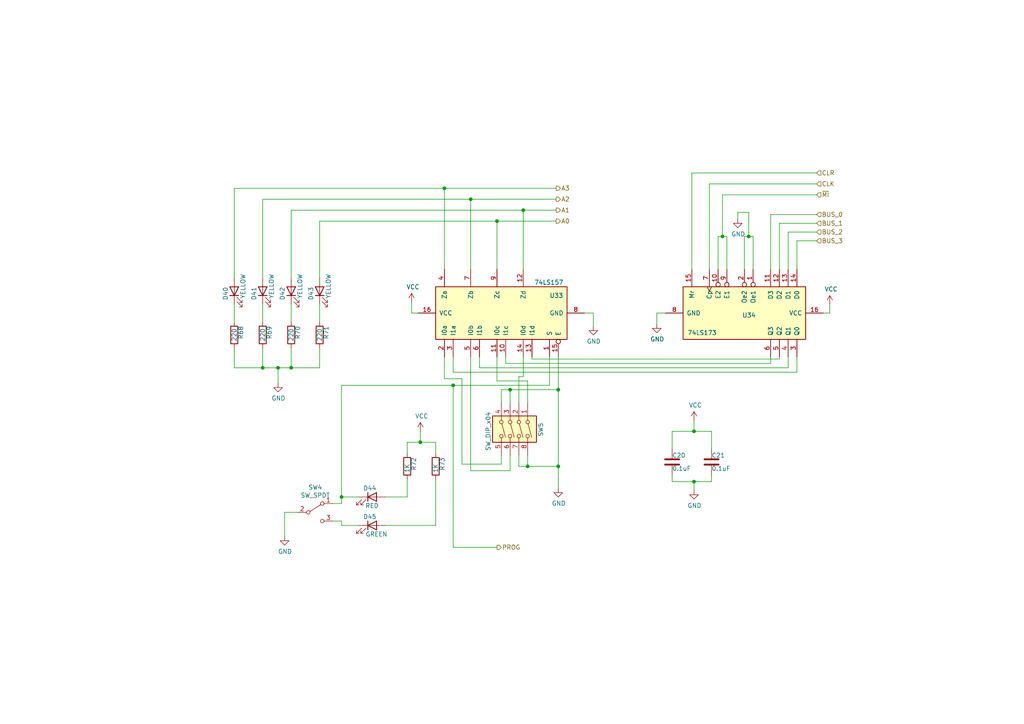
<source format=kicad_sch>
(kicad_sch (version 20230121) (generator eeschema)

  (uuid f5c7d6e2-b3b9-4fdb-8dea-308dc1d35bc1)

  (paper "A4")

  (lib_symbols
    (symbol "74xx:74LS157" (pin_names (offset 1.016)) (in_bom yes) (on_board yes)
      (property "Reference" "U" (at -7.62 19.05 0)
        (effects (font (size 1.27 1.27)))
      )
      (property "Value" "74LS157" (at -7.62 -21.59 0)
        (effects (font (size 1.27 1.27)))
      )
      (property "Footprint" "" (at 0 0 0)
        (effects (font (size 1.27 1.27)) hide)
      )
      (property "Datasheet" "http://www.ti.com/lit/gpn/sn74LS157" (at 0 0 0)
        (effects (font (size 1.27 1.27)) hide)
      )
      (property "ki_locked" "" (at 0 0 0)
        (effects (font (size 1.27 1.27)))
      )
      (property "ki_keywords" "TTL MUX MUX2" (at 0 0 0)
        (effects (font (size 1.27 1.27)) hide)
      )
      (property "ki_description" "Quad 2 to 1 line Multiplexer" (at 0 0 0)
        (effects (font (size 1.27 1.27)) hide)
      )
      (property "ki_fp_filters" "DIP?16*" (at 0 0 0)
        (effects (font (size 1.27 1.27)) hide)
      )
      (symbol "74LS157_1_0"
        (pin input line (at -12.7 -15.24 0) (length 5.08)
          (name "S" (effects (font (size 1.27 1.27))))
          (number "1" (effects (font (size 1.27 1.27))))
        )
        (pin input line (at -12.7 -2.54 0) (length 5.08)
          (name "I1c" (effects (font (size 1.27 1.27))))
          (number "10" (effects (font (size 1.27 1.27))))
        )
        (pin input line (at -12.7 0 0) (length 5.08)
          (name "I0c" (effects (font (size 1.27 1.27))))
          (number "11" (effects (font (size 1.27 1.27))))
        )
        (pin output line (at 12.7 -7.62 180) (length 5.08)
          (name "Zd" (effects (font (size 1.27 1.27))))
          (number "12" (effects (font (size 1.27 1.27))))
        )
        (pin input line (at -12.7 -10.16 0) (length 5.08)
          (name "I1d" (effects (font (size 1.27 1.27))))
          (number "13" (effects (font (size 1.27 1.27))))
        )
        (pin input line (at -12.7 -7.62 0) (length 5.08)
          (name "I0d" (effects (font (size 1.27 1.27))))
          (number "14" (effects (font (size 1.27 1.27))))
        )
        (pin input inverted (at -12.7 -17.78 0) (length 5.08)
          (name "E" (effects (font (size 1.27 1.27))))
          (number "15" (effects (font (size 1.27 1.27))))
        )
        (pin power_in line (at 0 22.86 270) (length 5.08)
          (name "VCC" (effects (font (size 1.27 1.27))))
          (number "16" (effects (font (size 1.27 1.27))))
        )
        (pin input line (at -12.7 15.24 0) (length 5.08)
          (name "I0a" (effects (font (size 1.27 1.27))))
          (number "2" (effects (font (size 1.27 1.27))))
        )
        (pin input line (at -12.7 12.7 0) (length 5.08)
          (name "I1a" (effects (font (size 1.27 1.27))))
          (number "3" (effects (font (size 1.27 1.27))))
        )
        (pin output line (at 12.7 15.24 180) (length 5.08)
          (name "Za" (effects (font (size 1.27 1.27))))
          (number "4" (effects (font (size 1.27 1.27))))
        )
        (pin input line (at -12.7 7.62 0) (length 5.08)
          (name "I0b" (effects (font (size 1.27 1.27))))
          (number "5" (effects (font (size 1.27 1.27))))
        )
        (pin input line (at -12.7 5.08 0) (length 5.08)
          (name "I1b" (effects (font (size 1.27 1.27))))
          (number "6" (effects (font (size 1.27 1.27))))
        )
        (pin output line (at 12.7 7.62 180) (length 5.08)
          (name "Zb" (effects (font (size 1.27 1.27))))
          (number "7" (effects (font (size 1.27 1.27))))
        )
        (pin power_in line (at 0 -25.4 90) (length 5.08)
          (name "GND" (effects (font (size 1.27 1.27))))
          (number "8" (effects (font (size 1.27 1.27))))
        )
        (pin output line (at 12.7 0 180) (length 5.08)
          (name "Zc" (effects (font (size 1.27 1.27))))
          (number "9" (effects (font (size 1.27 1.27))))
        )
      )
      (symbol "74LS157_1_1"
        (rectangle (start -7.62 17.78) (end 7.62 -20.32)
          (stroke (width 0.254) (type default))
          (fill (type background))
        )
      )
    )
    (symbol "74xx:74LS173" (pin_names (offset 1.016)) (in_bom yes) (on_board yes)
      (property "Reference" "U" (at -7.62 19.05 0)
        (effects (font (size 1.27 1.27)))
      )
      (property "Value" "74LS173" (at -7.62 -19.05 0)
        (effects (font (size 1.27 1.27)))
      )
      (property "Footprint" "" (at 0 0 0)
        (effects (font (size 1.27 1.27)) hide)
      )
      (property "Datasheet" "http://www.ti.com/lit/gpn/sn74LS173" (at 0 0 0)
        (effects (font (size 1.27 1.27)) hide)
      )
      (property "ki_locked" "" (at 0 0 0)
        (effects (font (size 1.27 1.27)))
      )
      (property "ki_keywords" "TTL REG REG4 3State DFF" (at 0 0 0)
        (effects (font (size 1.27 1.27)) hide)
      )
      (property "ki_description" "4-bit D-type Register, 3 state out" (at 0 0 0)
        (effects (font (size 1.27 1.27)) hide)
      )
      (property "ki_fp_filters" "DIP?16*" (at 0 0 0)
        (effects (font (size 1.27 1.27)) hide)
      )
      (symbol "74LS173_1_0"
        (pin input inverted (at -12.7 2.54 0) (length 5.08)
          (name "Oe1" (effects (font (size 1.27 1.27))))
          (number "1" (effects (font (size 1.27 1.27))))
        )
        (pin input inverted (at -12.7 -7.62 0) (length 5.08)
          (name "E2" (effects (font (size 1.27 1.27))))
          (number "10" (effects (font (size 1.27 1.27))))
        )
        (pin input line (at -12.7 7.62 0) (length 5.08)
          (name "D3" (effects (font (size 1.27 1.27))))
          (number "11" (effects (font (size 1.27 1.27))))
        )
        (pin input line (at -12.7 10.16 0) (length 5.08)
          (name "D2" (effects (font (size 1.27 1.27))))
          (number "12" (effects (font (size 1.27 1.27))))
        )
        (pin input line (at -12.7 12.7 0) (length 5.08)
          (name "D1" (effects (font (size 1.27 1.27))))
          (number "13" (effects (font (size 1.27 1.27))))
        )
        (pin input line (at -12.7 15.24 0) (length 5.08)
          (name "D0" (effects (font (size 1.27 1.27))))
          (number "14" (effects (font (size 1.27 1.27))))
        )
        (pin input line (at -12.7 -15.24 0) (length 5.08)
          (name "Mr" (effects (font (size 1.27 1.27))))
          (number "15" (effects (font (size 1.27 1.27))))
        )
        (pin power_in line (at 0 22.86 270) (length 5.08)
          (name "VCC" (effects (font (size 1.27 1.27))))
          (number "16" (effects (font (size 1.27 1.27))))
        )
        (pin input inverted (at -12.7 0 0) (length 5.08)
          (name "Oe2" (effects (font (size 1.27 1.27))))
          (number "2" (effects (font (size 1.27 1.27))))
        )
        (pin tri_state line (at 12.7 15.24 180) (length 5.08)
          (name "Q0" (effects (font (size 1.27 1.27))))
          (number "3" (effects (font (size 1.27 1.27))))
        )
        (pin tri_state line (at 12.7 12.7 180) (length 5.08)
          (name "Q1" (effects (font (size 1.27 1.27))))
          (number "4" (effects (font (size 1.27 1.27))))
        )
        (pin tri_state line (at 12.7 10.16 180) (length 5.08)
          (name "Q2" (effects (font (size 1.27 1.27))))
          (number "5" (effects (font (size 1.27 1.27))))
        )
        (pin tri_state line (at 12.7 7.62 180) (length 5.08)
          (name "Q3" (effects (font (size 1.27 1.27))))
          (number "6" (effects (font (size 1.27 1.27))))
        )
        (pin input clock (at -12.7 -10.16 0) (length 5.08)
          (name "Cp" (effects (font (size 1.27 1.27))))
          (number "7" (effects (font (size 1.27 1.27))))
        )
        (pin power_in line (at 0 -22.86 90) (length 5.08)
          (name "GND" (effects (font (size 1.27 1.27))))
          (number "8" (effects (font (size 1.27 1.27))))
        )
        (pin input inverted (at -12.7 -5.08 0) (length 5.08)
          (name "E1" (effects (font (size 1.27 1.27))))
          (number "9" (effects (font (size 1.27 1.27))))
        )
      )
      (symbol "74LS173_1_1"
        (rectangle (start -7.62 17.78) (end 7.62 -17.78)
          (stroke (width 0.254) (type default))
          (fill (type background))
        )
      )
    )
    (symbol "Device:C" (pin_numbers hide) (pin_names (offset 0.254)) (in_bom yes) (on_board yes)
      (property "Reference" "C" (at 0.635 2.54 0)
        (effects (font (size 1.27 1.27)) (justify left))
      )
      (property "Value" "C" (at 0.635 -2.54 0)
        (effects (font (size 1.27 1.27)) (justify left))
      )
      (property "Footprint" "" (at 0.9652 -3.81 0)
        (effects (font (size 1.27 1.27)) hide)
      )
      (property "Datasheet" "~" (at 0 0 0)
        (effects (font (size 1.27 1.27)) hide)
      )
      (property "ki_keywords" "cap capacitor" (at 0 0 0)
        (effects (font (size 1.27 1.27)) hide)
      )
      (property "ki_description" "Unpolarized capacitor" (at 0 0 0)
        (effects (font (size 1.27 1.27)) hide)
      )
      (property "ki_fp_filters" "C_*" (at 0 0 0)
        (effects (font (size 1.27 1.27)) hide)
      )
      (symbol "C_0_1"
        (polyline
          (pts
            (xy -2.032 -0.762)
            (xy 2.032 -0.762)
          )
          (stroke (width 0.508) (type default))
          (fill (type none))
        )
        (polyline
          (pts
            (xy -2.032 0.762)
            (xy 2.032 0.762)
          )
          (stroke (width 0.508) (type default))
          (fill (type none))
        )
      )
      (symbol "C_1_1"
        (pin passive line (at 0 3.81 270) (length 2.794)
          (name "~" (effects (font (size 1.27 1.27))))
          (number "1" (effects (font (size 1.27 1.27))))
        )
        (pin passive line (at 0 -3.81 90) (length 2.794)
          (name "~" (effects (font (size 1.27 1.27))))
          (number "2" (effects (font (size 1.27 1.27))))
        )
      )
    )
    (symbol "Device:LED" (pin_numbers hide) (pin_names (offset 1.016) hide) (in_bom yes) (on_board yes)
      (property "Reference" "D" (at 0 2.54 0)
        (effects (font (size 1.27 1.27)))
      )
      (property "Value" "LED" (at 0 -2.54 0)
        (effects (font (size 1.27 1.27)))
      )
      (property "Footprint" "" (at 0 0 0)
        (effects (font (size 1.27 1.27)) hide)
      )
      (property "Datasheet" "~" (at 0 0 0)
        (effects (font (size 1.27 1.27)) hide)
      )
      (property "ki_keywords" "LED diode" (at 0 0 0)
        (effects (font (size 1.27 1.27)) hide)
      )
      (property "ki_description" "Light emitting diode" (at 0 0 0)
        (effects (font (size 1.27 1.27)) hide)
      )
      (property "ki_fp_filters" "LED* LED_SMD:* LED_THT:*" (at 0 0 0)
        (effects (font (size 1.27 1.27)) hide)
      )
      (symbol "LED_0_1"
        (polyline
          (pts
            (xy -1.27 -1.27)
            (xy -1.27 1.27)
          )
          (stroke (width 0.254) (type default))
          (fill (type none))
        )
        (polyline
          (pts
            (xy -1.27 0)
            (xy 1.27 0)
          )
          (stroke (width 0) (type default))
          (fill (type none))
        )
        (polyline
          (pts
            (xy 1.27 -1.27)
            (xy 1.27 1.27)
            (xy -1.27 0)
            (xy 1.27 -1.27)
          )
          (stroke (width 0.254) (type default))
          (fill (type none))
        )
        (polyline
          (pts
            (xy -3.048 -0.762)
            (xy -4.572 -2.286)
            (xy -3.81 -2.286)
            (xy -4.572 -2.286)
            (xy -4.572 -1.524)
          )
          (stroke (width 0) (type default))
          (fill (type none))
        )
        (polyline
          (pts
            (xy -1.778 -0.762)
            (xy -3.302 -2.286)
            (xy -2.54 -2.286)
            (xy -3.302 -2.286)
            (xy -3.302 -1.524)
          )
          (stroke (width 0) (type default))
          (fill (type none))
        )
      )
      (symbol "LED_1_1"
        (pin passive line (at -3.81 0 0) (length 2.54)
          (name "K" (effects (font (size 1.27 1.27))))
          (number "1" (effects (font (size 1.27 1.27))))
        )
        (pin passive line (at 3.81 0 180) (length 2.54)
          (name "A" (effects (font (size 1.27 1.27))))
          (number "2" (effects (font (size 1.27 1.27))))
        )
      )
    )
    (symbol "Device:R" (pin_numbers hide) (pin_names (offset 0)) (in_bom yes) (on_board yes)
      (property "Reference" "R" (at 2.032 0 90)
        (effects (font (size 1.27 1.27)))
      )
      (property "Value" "R" (at 0 0 90)
        (effects (font (size 1.27 1.27)))
      )
      (property "Footprint" "" (at -1.778 0 90)
        (effects (font (size 1.27 1.27)) hide)
      )
      (property "Datasheet" "~" (at 0 0 0)
        (effects (font (size 1.27 1.27)) hide)
      )
      (property "ki_keywords" "R res resistor" (at 0 0 0)
        (effects (font (size 1.27 1.27)) hide)
      )
      (property "ki_description" "Resistor" (at 0 0 0)
        (effects (font (size 1.27 1.27)) hide)
      )
      (property "ki_fp_filters" "R_*" (at 0 0 0)
        (effects (font (size 1.27 1.27)) hide)
      )
      (symbol "R_0_1"
        (rectangle (start -1.016 -2.54) (end 1.016 2.54)
          (stroke (width 0.254) (type default))
          (fill (type none))
        )
      )
      (symbol "R_1_1"
        (pin passive line (at 0 3.81 270) (length 1.27)
          (name "~" (effects (font (size 1.27 1.27))))
          (number "1" (effects (font (size 1.27 1.27))))
        )
        (pin passive line (at 0 -3.81 90) (length 1.27)
          (name "~" (effects (font (size 1.27 1.27))))
          (number "2" (effects (font (size 1.27 1.27))))
        )
      )
    )
    (symbol "Switch:SW_DIP_x04" (pin_names (offset 0) hide) (in_bom yes) (on_board yes)
      (property "Reference" "SW" (at 0 8.89 0)
        (effects (font (size 1.27 1.27)))
      )
      (property "Value" "SW_DIP_x04" (at 0 -6.35 0)
        (effects (font (size 1.27 1.27)))
      )
      (property "Footprint" "" (at 0 0 0)
        (effects (font (size 1.27 1.27)) hide)
      )
      (property "Datasheet" "~" (at 0 0 0)
        (effects (font (size 1.27 1.27)) hide)
      )
      (property "ki_keywords" "dip switch" (at 0 0 0)
        (effects (font (size 1.27 1.27)) hide)
      )
      (property "ki_description" "4x DIP Switch, Single Pole Single Throw (SPST) switch, small symbol" (at 0 0 0)
        (effects (font (size 1.27 1.27)) hide)
      )
      (property "ki_fp_filters" "SW?DIP?x4*" (at 0 0 0)
        (effects (font (size 1.27 1.27)) hide)
      )
      (symbol "SW_DIP_x04_0_0"
        (circle (center -2.032 -2.54) (radius 0.508)
          (stroke (width 0) (type default))
          (fill (type none))
        )
        (circle (center -2.032 0) (radius 0.508)
          (stroke (width 0) (type default))
          (fill (type none))
        )
        (circle (center -2.032 2.54) (radius 0.508)
          (stroke (width 0) (type default))
          (fill (type none))
        )
        (circle (center -2.032 5.08) (radius 0.508)
          (stroke (width 0) (type default))
          (fill (type none))
        )
        (polyline
          (pts
            (xy -1.524 -2.3876)
            (xy 2.3622 -1.3462)
          )
          (stroke (width 0) (type default))
          (fill (type none))
        )
        (polyline
          (pts
            (xy -1.524 0.127)
            (xy 2.3622 1.1684)
          )
          (stroke (width 0) (type default))
          (fill (type none))
        )
        (polyline
          (pts
            (xy -1.524 2.667)
            (xy 2.3622 3.7084)
          )
          (stroke (width 0) (type default))
          (fill (type none))
        )
        (polyline
          (pts
            (xy -1.524 5.207)
            (xy 2.3622 6.2484)
          )
          (stroke (width 0) (type default))
          (fill (type none))
        )
        (circle (center 2.032 -2.54) (radius 0.508)
          (stroke (width 0) (type default))
          (fill (type none))
        )
        (circle (center 2.032 0) (radius 0.508)
          (stroke (width 0) (type default))
          (fill (type none))
        )
        (circle (center 2.032 2.54) (radius 0.508)
          (stroke (width 0) (type default))
          (fill (type none))
        )
        (circle (center 2.032 5.08) (radius 0.508)
          (stroke (width 0) (type default))
          (fill (type none))
        )
      )
      (symbol "SW_DIP_x04_0_1"
        (rectangle (start -3.81 7.62) (end 3.81 -5.08)
          (stroke (width 0.254) (type default))
          (fill (type background))
        )
      )
      (symbol "SW_DIP_x04_1_1"
        (pin passive line (at -7.62 5.08 0) (length 5.08)
          (name "~" (effects (font (size 1.27 1.27))))
          (number "1" (effects (font (size 1.27 1.27))))
        )
        (pin passive line (at -7.62 2.54 0) (length 5.08)
          (name "~" (effects (font (size 1.27 1.27))))
          (number "2" (effects (font (size 1.27 1.27))))
        )
        (pin passive line (at -7.62 0 0) (length 5.08)
          (name "~" (effects (font (size 1.27 1.27))))
          (number "3" (effects (font (size 1.27 1.27))))
        )
        (pin passive line (at -7.62 -2.54 0) (length 5.08)
          (name "~" (effects (font (size 1.27 1.27))))
          (number "4" (effects (font (size 1.27 1.27))))
        )
        (pin passive line (at 7.62 -2.54 180) (length 5.08)
          (name "~" (effects (font (size 1.27 1.27))))
          (number "5" (effects (font (size 1.27 1.27))))
        )
        (pin passive line (at 7.62 0 180) (length 5.08)
          (name "~" (effects (font (size 1.27 1.27))))
          (number "6" (effects (font (size 1.27 1.27))))
        )
        (pin passive line (at 7.62 2.54 180) (length 5.08)
          (name "~" (effects (font (size 1.27 1.27))))
          (number "7" (effects (font (size 1.27 1.27))))
        )
        (pin passive line (at 7.62 5.08 180) (length 5.08)
          (name "~" (effects (font (size 1.27 1.27))))
          (number "8" (effects (font (size 1.27 1.27))))
        )
      )
    )
    (symbol "Switch:SW_SPDT" (pin_names (offset 0) hide) (in_bom yes) (on_board yes)
      (property "Reference" "SW" (at 0 4.318 0)
        (effects (font (size 1.27 1.27)))
      )
      (property "Value" "SW_SPDT" (at 0 -5.08 0)
        (effects (font (size 1.27 1.27)))
      )
      (property "Footprint" "" (at 0 0 0)
        (effects (font (size 1.27 1.27)) hide)
      )
      (property "Datasheet" "~" (at 0 0 0)
        (effects (font (size 1.27 1.27)) hide)
      )
      (property "ki_keywords" "switch single-pole double-throw spdt ON-ON" (at 0 0 0)
        (effects (font (size 1.27 1.27)) hide)
      )
      (property "ki_description" "Switch, single pole double throw" (at 0 0 0)
        (effects (font (size 1.27 1.27)) hide)
      )
      (symbol "SW_SPDT_0_0"
        (circle (center -2.032 0) (radius 0.508)
          (stroke (width 0) (type default))
          (fill (type none))
        )
        (circle (center 2.032 -2.54) (radius 0.508)
          (stroke (width 0) (type default))
          (fill (type none))
        )
      )
      (symbol "SW_SPDT_0_1"
        (polyline
          (pts
            (xy -1.524 0.254)
            (xy 1.651 2.286)
          )
          (stroke (width 0) (type default))
          (fill (type none))
        )
        (circle (center 2.032 2.54) (radius 0.508)
          (stroke (width 0) (type default))
          (fill (type none))
        )
      )
      (symbol "SW_SPDT_1_1"
        (pin passive line (at 5.08 2.54 180) (length 2.54)
          (name "A" (effects (font (size 1.27 1.27))))
          (number "1" (effects (font (size 1.27 1.27))))
        )
        (pin passive line (at -5.08 0 0) (length 2.54)
          (name "B" (effects (font (size 1.27 1.27))))
          (number "2" (effects (font (size 1.27 1.27))))
        )
        (pin passive line (at 5.08 -2.54 180) (length 2.54)
          (name "C" (effects (font (size 1.27 1.27))))
          (number "3" (effects (font (size 1.27 1.27))))
        )
      )
    )
    (symbol "power:GND" (power) (pin_names (offset 0)) (in_bom yes) (on_board yes)
      (property "Reference" "#PWR" (at 0 -6.35 0)
        (effects (font (size 1.27 1.27)) hide)
      )
      (property "Value" "GND" (at 0 -3.81 0)
        (effects (font (size 1.27 1.27)))
      )
      (property "Footprint" "" (at 0 0 0)
        (effects (font (size 1.27 1.27)) hide)
      )
      (property "Datasheet" "" (at 0 0 0)
        (effects (font (size 1.27 1.27)) hide)
      )
      (property "ki_keywords" "global power" (at 0 0 0)
        (effects (font (size 1.27 1.27)) hide)
      )
      (property "ki_description" "Power symbol creates a global label with name \"GND\" , ground" (at 0 0 0)
        (effects (font (size 1.27 1.27)) hide)
      )
      (symbol "GND_0_1"
        (polyline
          (pts
            (xy 0 0)
            (xy 0 -1.27)
            (xy 1.27 -1.27)
            (xy 0 -2.54)
            (xy -1.27 -1.27)
            (xy 0 -1.27)
          )
          (stroke (width 0) (type default))
          (fill (type none))
        )
      )
      (symbol "GND_1_1"
        (pin power_in line (at 0 0 270) (length 0) hide
          (name "GND" (effects (font (size 1.27 1.27))))
          (number "1" (effects (font (size 1.27 1.27))))
        )
      )
    )
    (symbol "power:VCC" (power) (pin_names (offset 0)) (in_bom yes) (on_board yes)
      (property "Reference" "#PWR" (at 0 -3.81 0)
        (effects (font (size 1.27 1.27)) hide)
      )
      (property "Value" "VCC" (at 0 3.81 0)
        (effects (font (size 1.27 1.27)))
      )
      (property "Footprint" "" (at 0 0 0)
        (effects (font (size 1.27 1.27)) hide)
      )
      (property "Datasheet" "" (at 0 0 0)
        (effects (font (size 1.27 1.27)) hide)
      )
      (property "ki_keywords" "global power" (at 0 0 0)
        (effects (font (size 1.27 1.27)) hide)
      )
      (property "ki_description" "Power symbol creates a global label with name \"VCC\"" (at 0 0 0)
        (effects (font (size 1.27 1.27)) hide)
      )
      (symbol "VCC_0_1"
        (polyline
          (pts
            (xy -0.762 1.27)
            (xy 0 2.54)
          )
          (stroke (width 0) (type default))
          (fill (type none))
        )
        (polyline
          (pts
            (xy 0 0)
            (xy 0 2.54)
          )
          (stroke (width 0) (type default))
          (fill (type none))
        )
        (polyline
          (pts
            (xy 0 2.54)
            (xy 0.762 1.27)
          )
          (stroke (width 0) (type default))
          (fill (type none))
        )
      )
      (symbol "VCC_1_1"
        (pin power_in line (at 0 0 90) (length 0) hide
          (name "VCC" (effects (font (size 1.27 1.27))))
          (number "1" (effects (font (size 1.27 1.27))))
        )
      )
    )
  )

  (junction (at 209.55 68.58) (diameter 0) (color 0 0 0 0)
    (uuid 00fbdaab-63fb-4cf4-a9cf-c2d71575c693)
  )
  (junction (at 144.145 64.135) (diameter 0) (color 0 0 0 0)
    (uuid 059f0622-95f7-4eb1-9cc1-f043c4f8c43e)
  )
  (junction (at 161.925 113.03) (diameter 0) (color 0 0 0 0)
    (uuid 0a0b6bf1-be93-4765-8fdb-186cc65f693d)
  )
  (junction (at 153.035 135.255) (diameter 0) (color 0 0 0 0)
    (uuid 0c09891a-53f7-4a55-b4dd-043fb43bf03b)
  )
  (junction (at 147.955 113.03) (diameter 0) (color 0 0 0 0)
    (uuid 0eec3bd0-6afe-4cd2-8e8b-54b74de23fe2)
  )
  (junction (at 99.06 144.145) (diameter 0) (color 0 0 0 0)
    (uuid 1b6d5c90-cb01-4b8a-b268-cf399b4e9c8a)
  )
  (junction (at 128.905 54.61) (diameter 0) (color 0 0 0 0)
    (uuid 342e73d9-efcb-48bb-8bf3-4bd236219f9f)
  )
  (junction (at 201.295 139.7) (diameter 0) (color 0 0 0 0)
    (uuid 3d0c446e-dca4-4ee5-b9b8-582eabcca504)
  )
  (junction (at 131.445 111.76) (diameter 0) (color 0 0 0 0)
    (uuid 471eefe4-7454-4408-bf3d-a0a97fee90a6)
  )
  (junction (at 161.925 135.255) (diameter 0) (color 0 0 0 0)
    (uuid 65d82a2e-85b2-4d8d-b700-872e5c015a97)
  )
  (junction (at 121.92 128.27) (diameter 0) (color 0 0 0 0)
    (uuid 66e32d44-2315-4e94-9091-4258650c3dee)
  )
  (junction (at 136.525 57.785) (diameter 0) (color 0 0 0 0)
    (uuid 7bc195fb-0a60-46c0-8cea-1049330d01f2)
  )
  (junction (at 76.2 106.68) (diameter 0) (color 0 0 0 0)
    (uuid 8c6b2492-986e-47ac-9a05-524097661d2a)
  )
  (junction (at 201.295 125.095) (diameter 0) (color 0 0 0 0)
    (uuid b1209ec8-8e18-42d8-b666-31041848b416)
  )
  (junction (at 151.765 60.96) (diameter 0) (color 0 0 0 0)
    (uuid e7bb5ffe-0ed5-4f60-938c-18be1eb74781)
  )
  (junction (at 80.645 106.68) (diameter 0) (color 0 0 0 0)
    (uuid ea4dca5e-0fda-45e2-95b4-f96594acfff7)
  )
  (junction (at 217.17 68.58) (diameter 0) (color 0 0 0 0)
    (uuid ed1db7a8-3096-4cfb-81a2-a5a7d000bed5)
  )
  (junction (at 84.455 106.68) (diameter 0) (color 0 0 0 0)
    (uuid f47f507e-ba76-49fc-a466-49f47bedcd4c)
  )

  (wire (pts (xy 119.38 90.805) (xy 119.38 87.63))
    (stroke (width 0) (type default))
    (uuid 025187f3-dab1-4072-b878-b9db9eaa0d7d)
  )
  (wire (pts (xy 161.925 135.255) (xy 161.925 141.605))
    (stroke (width 0) (type default))
    (uuid 062b6274-4b96-4d95-8081-601732d20b51)
  )
  (wire (pts (xy 67.945 100.965) (xy 67.945 106.68))
    (stroke (width 0) (type default))
    (uuid 064908a0-8d9f-4aef-b4fa-e3f39ba832de)
  )
  (wire (pts (xy 131.445 111.76) (xy 131.445 158.75))
    (stroke (width 0) (type default))
    (uuid 06884f83-01c5-4a0d-8823-ee85c754b391)
  )
  (wire (pts (xy 217.17 61.595) (xy 217.17 68.58))
    (stroke (width 0) (type default))
    (uuid 09cc3afc-60ea-439d-9cc8-fad8e1f0faa8)
  )
  (wire (pts (xy 218.44 68.58) (xy 218.44 78.105))
    (stroke (width 0) (type default))
    (uuid 0ba2a44a-ab0e-4900-8da6-c21a9ff12745)
  )
  (wire (pts (xy 92.71 80.645) (xy 92.71 64.135))
    (stroke (width 0) (type default))
    (uuid 0e7a5a09-4055-467d-86f3-8b6147f65104)
  )
  (wire (pts (xy 228.6 78.105) (xy 228.6 67.31))
    (stroke (width 0) (type default))
    (uuid 104f2786-516c-4bf1-a276-0b2a729894bb)
  )
  (wire (pts (xy 194.945 130.175) (xy 194.945 125.095))
    (stroke (width 0) (type default))
    (uuid 1084854d-3d74-4a90-a024-bbbab62f13f8)
  )
  (wire (pts (xy 136.525 136.525) (xy 136.525 103.505))
    (stroke (width 0) (type default))
    (uuid 172af0ff-cf0a-4023-90c2-afb99f49bceb)
  )
  (wire (pts (xy 147.955 113.03) (xy 147.955 116.84))
    (stroke (width 0) (type default))
    (uuid 1cff8467-8aa7-4ae5-9b25-3e27a89300ab)
  )
  (wire (pts (xy 161.925 103.505) (xy 161.925 113.03))
    (stroke (width 0) (type default))
    (uuid 1e390691-2b6e-4b6d-ab92-573c289a1bd2)
  )
  (wire (pts (xy 84.455 60.96) (xy 151.765 60.96))
    (stroke (width 0) (type default))
    (uuid 1f6f0cee-81ae-4a9b-a522-b3c23cfcf296)
  )
  (wire (pts (xy 111.76 152.4) (xy 126.365 152.4))
    (stroke (width 0) (type default))
    (uuid 2053e876-1ddd-42d0-b4f7-6720a7848bd9)
  )
  (wire (pts (xy 131.445 103.505) (xy 131.445 107.95))
    (stroke (width 0) (type default))
    (uuid 235df5e6-7fd0-4183-80e6-1d44cb8007b8)
  )
  (wire (pts (xy 213.995 61.595) (xy 217.17 61.595))
    (stroke (width 0) (type default))
    (uuid 23a90aa0-ddd5-4573-a115-bb58c9ccd235)
  )
  (wire (pts (xy 151.765 78.105) (xy 151.765 60.96))
    (stroke (width 0) (type default))
    (uuid 23ee270e-ae03-49cf-b991-62be221dfda6)
  )
  (wire (pts (xy 194.945 139.7) (xy 201.295 139.7))
    (stroke (width 0) (type default))
    (uuid 247f3c1d-4d8f-4aa3-a243-079f62364463)
  )
  (wire (pts (xy 99.06 144.145) (xy 104.14 144.145))
    (stroke (width 0) (type default))
    (uuid 25656b47-74de-4bba-9377-43676aee284f)
  )
  (wire (pts (xy 147.955 136.525) (xy 136.525 136.525))
    (stroke (width 0) (type default))
    (uuid 2ae9ce90-d977-4309-a53c-b421a5777cf8)
  )
  (wire (pts (xy 80.645 106.68) (xy 84.455 106.68))
    (stroke (width 0) (type default))
    (uuid 2c1aa74f-74be-4858-b55b-59a1d4abc3e4)
  )
  (wire (pts (xy 201.295 142.24) (xy 201.295 139.7))
    (stroke (width 0) (type default))
    (uuid 2eb2f901-2a27-48e5-9431-ccb800315fb1)
  )
  (wire (pts (xy 131.445 111.76) (xy 159.385 111.76))
    (stroke (width 0) (type default))
    (uuid 2efa8191-4251-41fb-a4a1-063e2d565b3f)
  )
  (wire (pts (xy 150.495 135.255) (xy 153.035 135.255))
    (stroke (width 0) (type default))
    (uuid 3010b4d8-e4ad-4a43-a817-a2894f792d95)
  )
  (wire (pts (xy 215.9 78.105) (xy 215.9 68.58))
    (stroke (width 0) (type default))
    (uuid 31bf9f2a-e1fc-4091-a1b2-a93805aa85ac)
  )
  (wire (pts (xy 131.445 111.76) (xy 99.06 111.76))
    (stroke (width 0) (type default))
    (uuid 324e9170-4abc-439a-93e6-121cce8e50cc)
  )
  (wire (pts (xy 153.035 135.255) (xy 161.925 135.255))
    (stroke (width 0) (type default))
    (uuid 32707a49-1aff-459b-b65d-96223cfd049a)
  )
  (wire (pts (xy 92.71 88.265) (xy 92.71 93.345))
    (stroke (width 0) (type default))
    (uuid 339336d2-8b96-4b71-8aa1-c4da1a852ac0)
  )
  (wire (pts (xy 76.2 80.645) (xy 76.2 57.785))
    (stroke (width 0) (type default))
    (uuid 37ade343-ec37-4247-8065-a8c568d8d306)
  )
  (wire (pts (xy 131.445 158.75) (xy 144.145 158.75))
    (stroke (width 0) (type default))
    (uuid 3a42f6e6-fc17-4584-b3e2-13f4b976c7c1)
  )
  (wire (pts (xy 201.295 139.7) (xy 206.375 139.7))
    (stroke (width 0) (type default))
    (uuid 3f772626-c529-4563-87ed-371fd9506633)
  )
  (wire (pts (xy 118.11 131.445) (xy 118.11 128.27))
    (stroke (width 0) (type default))
    (uuid 4172f4b2-d7fc-4d7c-9c7a-69bf5be5c9f1)
  )
  (wire (pts (xy 144.145 64.135) (xy 161.29 64.135))
    (stroke (width 0) (type default))
    (uuid 41c3c947-9417-4752-b57e-3e8b6bef1629)
  )
  (wire (pts (xy 161.29 54.61) (xy 128.905 54.61))
    (stroke (width 0) (type default))
    (uuid 43160775-9028-49be-8ece-02beae9835f7)
  )
  (wire (pts (xy 84.455 100.965) (xy 84.455 106.68))
    (stroke (width 0) (type default))
    (uuid 445b4f20-2aab-40c6-9a6c-6b51ec1fbfbc)
  )
  (wire (pts (xy 161.925 113.03) (xy 161.925 135.255))
    (stroke (width 0) (type default))
    (uuid 46be0d2c-3197-4248-889a-8275701bb888)
  )
  (wire (pts (xy 67.945 88.265) (xy 67.945 93.345))
    (stroke (width 0) (type default))
    (uuid 47c87c95-0af6-4efc-ae8e-3f151c27f7e2)
  )
  (wire (pts (xy 121.92 128.27) (xy 126.365 128.27))
    (stroke (width 0) (type default))
    (uuid 4c421f81-350b-4985-a838-83e1f2cd6039)
  )
  (wire (pts (xy 67.945 54.61) (xy 67.945 80.645))
    (stroke (width 0) (type default))
    (uuid 505dcc0b-4e5e-45fe-ae3b-3d2301e759e4)
  )
  (wire (pts (xy 121.92 125.095) (xy 121.92 128.27))
    (stroke (width 0) (type default))
    (uuid 5509a538-11fa-4e9f-b842-0a803d39102b)
  )
  (wire (pts (xy 228.6 67.31) (xy 236.855 67.31))
    (stroke (width 0) (type default))
    (uuid 580e7091-4f7b-4b1f-a882-ec83207904bb)
  )
  (wire (pts (xy 126.365 128.27) (xy 126.365 131.445))
    (stroke (width 0) (type default))
    (uuid 581a9116-08fe-4dbb-bccc-f9505416cd89)
  )
  (wire (pts (xy 201.295 121.92) (xy 201.295 125.095))
    (stroke (width 0) (type default))
    (uuid 58b3b30f-eec7-430a-ae60-f42d9be12beb)
  )
  (wire (pts (xy 190.5 90.805) (xy 193.04 90.805))
    (stroke (width 0) (type default))
    (uuid 5bb036ad-e422-4adb-8816-994b435e8edb)
  )
  (wire (pts (xy 76.2 57.785) (xy 136.525 57.785))
    (stroke (width 0) (type default))
    (uuid 5cc543c3-537c-42e5-94f9-6e3c060bc6b7)
  )
  (wire (pts (xy 144.145 78.105) (xy 144.145 64.135))
    (stroke (width 0) (type default))
    (uuid 5d85bd50-546c-47b9-b712-437dd574af2f)
  )
  (wire (pts (xy 151.765 109.22) (xy 150.495 109.22))
    (stroke (width 0) (type default))
    (uuid 5e559c5b-3b5d-4c22-a3dc-4926546d0af2)
  )
  (wire (pts (xy 99.06 146.05) (xy 99.06 144.145))
    (stroke (width 0) (type default))
    (uuid 5f07cf73-b0a3-4d1d-aac0-1f1b9893f963)
  )
  (wire (pts (xy 223.52 62.23) (xy 236.855 62.23))
    (stroke (width 0) (type default))
    (uuid 5f55eb57-7573-4964-84cd-b9e5137184aa)
  )
  (wire (pts (xy 151.765 103.505) (xy 151.765 109.22))
    (stroke (width 0) (type default))
    (uuid 60fabd67-b1a1-4fc3-8862-4f8df6550410)
  )
  (wire (pts (xy 139.065 103.505) (xy 139.065 106.68))
    (stroke (width 0) (type default))
    (uuid 6468388c-aea1-44e0-9250-86590ccc7fc3)
  )
  (wire (pts (xy 223.52 78.105) (xy 223.52 62.23))
    (stroke (width 0) (type default))
    (uuid 652ea71f-b12e-4c97-b512-1324275d758c)
  )
  (wire (pts (xy 136.525 57.785) (xy 136.525 78.105))
    (stroke (width 0) (type default))
    (uuid 6556c183-fd7d-4125-9ddc-2a716d64b4fd)
  )
  (wire (pts (xy 84.455 88.265) (xy 84.455 93.345))
    (stroke (width 0) (type default))
    (uuid 66c53daa-67b1-4afb-a0ad-7f62518990b5)
  )
  (wire (pts (xy 136.525 57.785) (xy 161.29 57.785))
    (stroke (width 0) (type default))
    (uuid 687f29a7-63f9-469e-aee3-9ec8e283067f)
  )
  (wire (pts (xy 194.945 137.795) (xy 194.945 139.7))
    (stroke (width 0) (type default))
    (uuid 68827e15-1756-4efd-aab6-012670c84f2e)
  )
  (wire (pts (xy 145.415 134.62) (xy 133.985 134.62))
    (stroke (width 0) (type default))
    (uuid 6fd0f3bd-9b4b-46ff-8fd2-3c5e4b1e0e78)
  )
  (wire (pts (xy 213.995 63.5) (xy 213.995 61.595))
    (stroke (width 0) (type default))
    (uuid 7153cee7-76c6-4b49-a72e-2ac71aaac1da)
  )
  (wire (pts (xy 128.905 54.61) (xy 128.905 78.105))
    (stroke (width 0) (type default))
    (uuid 72d47f0e-0597-47aa-b510-67ca574384bd)
  )
  (wire (pts (xy 128.905 54.61) (xy 67.945 54.61))
    (stroke (width 0) (type default))
    (uuid 72d84807-0f60-4d09-af6f-c047c73efe26)
  )
  (wire (pts (xy 194.945 125.095) (xy 201.295 125.095))
    (stroke (width 0) (type default))
    (uuid 73302c23-f6a0-480b-ab85-c0a6ae7ac082)
  )
  (wire (pts (xy 208.28 68.58) (xy 209.55 68.58))
    (stroke (width 0) (type default))
    (uuid 7343abd3-5d4a-4e18-b30f-fa570c318476)
  )
  (wire (pts (xy 153.035 110.49) (xy 153.035 116.84))
    (stroke (width 0) (type default))
    (uuid 7598c4c6-a162-45a0-b07a-3c5810997fbf)
  )
  (wire (pts (xy 208.28 68.58) (xy 208.28 78.105))
    (stroke (width 0) (type default))
    (uuid 772b0f2f-bb96-48fb-aa92-752d137fbbc3)
  )
  (wire (pts (xy 133.985 134.62) (xy 133.985 109.855))
    (stroke (width 0) (type default))
    (uuid 7c2a0bf9-e1fd-4ec8-ba28-54314032c5b5)
  )
  (wire (pts (xy 172.085 90.805) (xy 169.545 90.805))
    (stroke (width 0) (type default))
    (uuid 7c968a4f-e11b-471f-9a27-0d729b43d05c)
  )
  (wire (pts (xy 118.11 139.065) (xy 118.11 144.145))
    (stroke (width 0) (type default))
    (uuid 7e5e82d2-4ea5-4f50-99ae-9ea2ecae486f)
  )
  (wire (pts (xy 67.945 106.68) (xy 76.2 106.68))
    (stroke (width 0) (type default))
    (uuid 803643ee-515a-4771-98a5-c0811ea29607)
  )
  (wire (pts (xy 153.035 135.255) (xy 153.035 132.08))
    (stroke (width 0) (type default))
    (uuid 82296161-8a6f-46f8-a16f-6891c57de6e6)
  )
  (wire (pts (xy 151.765 60.96) (xy 161.29 60.96))
    (stroke (width 0) (type default))
    (uuid 85c0e11d-ef3f-4d9b-b2bf-ad18ff7e6e0e)
  )
  (wire (pts (xy 144.145 110.49) (xy 153.035 110.49))
    (stroke (width 0) (type default))
    (uuid 899d95a5-a4a9-47c3-a988-2f775eeab697)
  )
  (wire (pts (xy 92.71 106.68) (xy 92.71 100.965))
    (stroke (width 0) (type default))
    (uuid 8a3c7201-5e25-412f-b5d9-59067a6689e5)
  )
  (wire (pts (xy 209.55 68.58) (xy 209.55 56.515))
    (stroke (width 0) (type default))
    (uuid 8b8c1362-a4b7-4380-a24a-ebda6529e514)
  )
  (wire (pts (xy 240.665 88.265) (xy 240.665 90.805))
    (stroke (width 0) (type default))
    (uuid 8de89a95-69da-4c7e-915a-fbcd6a0881f4)
  )
  (wire (pts (xy 146.685 105.41) (xy 146.685 103.505))
    (stroke (width 0) (type default))
    (uuid 910ef41e-7532-4352-a7b6-dc330b7d99ff)
  )
  (wire (pts (xy 200.66 78.105) (xy 200.66 50.165))
    (stroke (width 0) (type default))
    (uuid 97065487-cb9a-42f2-804b-480cba3883f6)
  )
  (wire (pts (xy 76.2 88.265) (xy 76.2 93.345))
    (stroke (width 0) (type default))
    (uuid 9831687c-7f4c-4cd7-84de-28c8999ab683)
  )
  (wire (pts (xy 84.455 80.645) (xy 84.455 60.96))
    (stroke (width 0) (type default))
    (uuid 9bb4d333-2e31-4bf6-bb9b-c0e745aa4476)
  )
  (wire (pts (xy 133.985 109.855) (xy 128.905 109.855))
    (stroke (width 0) (type default))
    (uuid 9ce10649-8aa2-4b9f-bdf9-6bdaebf526be)
  )
  (wire (pts (xy 236.855 64.77) (xy 226.06 64.77))
    (stroke (width 0) (type default))
    (uuid 9e6a8382-701d-4f06-8009-4999acaa6ce6)
  )
  (wire (pts (xy 82.55 148.59) (xy 82.55 155.575))
    (stroke (width 0) (type default))
    (uuid 9ec339e4-8e74-4593-ba7f-b5306b7f27c6)
  )
  (wire (pts (xy 205.74 53.34) (xy 205.74 78.105))
    (stroke (width 0) (type default))
    (uuid a3d3c301-ff09-4d66-9e90-5d90b5caca93)
  )
  (wire (pts (xy 210.82 68.58) (xy 210.82 78.105))
    (stroke (width 0) (type default))
    (uuid a5635a86-229b-4716-b977-a093aaaf4e8b)
  )
  (wire (pts (xy 215.9 68.58) (xy 217.17 68.58))
    (stroke (width 0) (type default))
    (uuid a824fb73-1b99-4f97-b37a-9c058aaf2dff)
  )
  (wire (pts (xy 231.14 107.95) (xy 231.14 103.505))
    (stroke (width 0) (type default))
    (uuid abdfbfdf-a184-47b5-b5bd-c6c8a8e69f3d)
  )
  (wire (pts (xy 86.36 148.59) (xy 82.55 148.59))
    (stroke (width 0) (type default))
    (uuid ac3aad3a-caee-42e0-91bf-2a552d4fd642)
  )
  (wire (pts (xy 154.305 103.505) (xy 154.305 104.14))
    (stroke (width 0) (type default))
    (uuid acce0a94-2195-41fa-9161-d689493e58d6)
  )
  (wire (pts (xy 126.365 152.4) (xy 126.365 139.065))
    (stroke (width 0) (type default))
    (uuid ad6dd2b2-344b-46fa-80f9-122d95513c07)
  )
  (wire (pts (xy 147.955 132.08) (xy 147.955 136.525))
    (stroke (width 0) (type default))
    (uuid b118557e-df92-4ff6-89e7-f3e90f513142)
  )
  (wire (pts (xy 145.415 113.03) (xy 147.955 113.03))
    (stroke (width 0) (type default))
    (uuid b15f8342-5ed6-447e-85a2-465aba28e77e)
  )
  (wire (pts (xy 144.145 103.505) (xy 144.145 110.49))
    (stroke (width 0) (type default))
    (uuid b26f7336-e382-43b2-8eb9-e155a2344965)
  )
  (wire (pts (xy 145.415 132.08) (xy 145.415 134.62))
    (stroke (width 0) (type default))
    (uuid b2ec9d86-8b79-491a-bc70-1986c7769163)
  )
  (wire (pts (xy 99.06 152.4) (xy 104.14 152.4))
    (stroke (width 0) (type default))
    (uuid b7acd9cb-51ea-48e7-b4ed-2f88273b5981)
  )
  (wire (pts (xy 223.52 103.505) (xy 223.52 105.41))
    (stroke (width 0) (type default))
    (uuid b95e6234-3bc6-46ed-8b48-7b1a7c92ed66)
  )
  (wire (pts (xy 240.665 90.805) (xy 238.76 90.805))
    (stroke (width 0) (type default))
    (uuid b9d75b30-d1da-490b-911e-7c829e760280)
  )
  (wire (pts (xy 209.55 56.515) (xy 236.855 56.515))
    (stroke (width 0) (type default))
    (uuid ba0711a1-90b0-4a09-acff-57d9cd81d907)
  )
  (wire (pts (xy 206.375 139.7) (xy 206.375 137.795))
    (stroke (width 0) (type default))
    (uuid be127fe1-6e4b-4aa1-8b5c-768192c8516c)
  )
  (wire (pts (xy 206.375 130.175) (xy 206.375 125.095))
    (stroke (width 0) (type default))
    (uuid be2dd33d-8c88-4e25-8e7a-a7b0379dab33)
  )
  (wire (pts (xy 118.11 128.27) (xy 121.92 128.27))
    (stroke (width 0) (type default))
    (uuid bf0a9b62-0927-4891-b37b-31d4bf875d41)
  )
  (wire (pts (xy 154.305 104.14) (xy 226.06 104.14))
    (stroke (width 0) (type default))
    (uuid c1894768-d8e1-458b-8053-506274bd43c9)
  )
  (wire (pts (xy 147.955 113.03) (xy 161.925 113.03))
    (stroke (width 0) (type default))
    (uuid c35be590-9f03-434a-993b-50a567328e19)
  )
  (wire (pts (xy 190.5 93.98) (xy 190.5 90.805))
    (stroke (width 0) (type default))
    (uuid c3a088ab-8ded-430b-89e4-7d98d7f5512b)
  )
  (wire (pts (xy 76.2 106.68) (xy 80.645 106.68))
    (stroke (width 0) (type default))
    (uuid c95aabb9-a1df-4bd7-a8f6-67eeda86f504)
  )
  (wire (pts (xy 226.06 64.77) (xy 226.06 78.105))
    (stroke (width 0) (type default))
    (uuid cabd8e78-bef2-4ef6-9c5c-1d89ec06e628)
  )
  (wire (pts (xy 99.06 151.13) (xy 99.06 152.4))
    (stroke (width 0) (type default))
    (uuid cbbd2c6a-ccd0-40d6-bd6f-631848510837)
  )
  (wire (pts (xy 96.52 151.13) (xy 99.06 151.13))
    (stroke (width 0) (type default))
    (uuid cc8421e7-977e-4463-bc93-a2f66a107995)
  )
  (wire (pts (xy 200.66 50.165) (xy 236.855 50.165))
    (stroke (width 0) (type default))
    (uuid cefcbade-75d0-4547-85e0-b4f2c7e5c1bc)
  )
  (wire (pts (xy 236.855 69.85) (xy 231.14 69.85))
    (stroke (width 0) (type default))
    (uuid d3ea9d97-8c0e-4c87-a0f8-0672da05c4cf)
  )
  (wire (pts (xy 121.285 90.805) (xy 119.38 90.805))
    (stroke (width 0) (type default))
    (uuid d4b781e3-c48c-4dd6-a5e2-88a71b53b381)
  )
  (wire (pts (xy 99.06 144.145) (xy 99.06 111.76))
    (stroke (width 0) (type default))
    (uuid d4f2dece-4096-434a-9605-4acab6b6474d)
  )
  (wire (pts (xy 96.52 146.05) (xy 99.06 146.05))
    (stroke (width 0) (type default))
    (uuid d698d35b-3c9d-4672-8086-e21575e79fc6)
  )
  (wire (pts (xy 128.905 109.855) (xy 128.905 103.505))
    (stroke (width 0) (type default))
    (uuid d8f4a0c6-f399-4d07-92f1-b83cb6aadfdc)
  )
  (wire (pts (xy 118.11 144.145) (xy 111.76 144.145))
    (stroke (width 0) (type default))
    (uuid da6a9875-6aae-4abc-8528-848e87090252)
  )
  (wire (pts (xy 76.2 100.965) (xy 76.2 106.68))
    (stroke (width 0) (type default))
    (uuid da955d63-0daf-45bd-8d50-0efcc11718de)
  )
  (wire (pts (xy 150.495 109.22) (xy 150.495 116.84))
    (stroke (width 0) (type default))
    (uuid dad5d5b9-63d9-4022-9501-ad1f1b3f7f0a)
  )
  (wire (pts (xy 92.71 64.135) (xy 144.145 64.135))
    (stroke (width 0) (type default))
    (uuid db1d63b7-3f42-42b1-8814-4c6763a9474c)
  )
  (wire (pts (xy 231.14 69.85) (xy 231.14 78.105))
    (stroke (width 0) (type default))
    (uuid df92e5c6-b90e-44eb-8468-750e74a626b3)
  )
  (wire (pts (xy 80.645 111.125) (xy 80.645 106.68))
    (stroke (width 0) (type default))
    (uuid e05af9b9-6fa2-4f56-a23c-9a0d3455c461)
  )
  (wire (pts (xy 217.17 68.58) (xy 218.44 68.58))
    (stroke (width 0) (type default))
    (uuid e64ce060-a7cf-4e29-8571-964305371c61)
  )
  (wire (pts (xy 139.065 106.68) (xy 228.6 106.68))
    (stroke (width 0) (type default))
    (uuid e66fe370-7767-4922-b8bf-cbd1568079df)
  )
  (wire (pts (xy 146.685 105.41) (xy 223.52 105.41))
    (stroke (width 0) (type default))
    (uuid eb3fff22-0631-45c5-979e-d8238dc9d41e)
  )
  (wire (pts (xy 84.455 106.68) (xy 92.71 106.68))
    (stroke (width 0) (type default))
    (uuid edbde0a9-8ef3-4d6d-816e-9d01ed53aa04)
  )
  (wire (pts (xy 228.6 106.68) (xy 228.6 103.505))
    (stroke (width 0) (type default))
    (uuid eed2326f-1705-4c21-b9c5-eee2209c399d)
  )
  (wire (pts (xy 145.415 116.84) (xy 145.415 113.03))
    (stroke (width 0) (type default))
    (uuid f472c072-3bf4-4599-81ca-d72d45344e8c)
  )
  (wire (pts (xy 159.385 103.505) (xy 159.385 111.76))
    (stroke (width 0) (type default))
    (uuid f6a3f83b-f7f7-4325-9fe0-17937b5d74d3)
  )
  (wire (pts (xy 172.085 94.615) (xy 172.085 90.805))
    (stroke (width 0) (type default))
    (uuid fb54c0a5-810e-414e-8255-1f81d8798136)
  )
  (wire (pts (xy 206.375 125.095) (xy 201.295 125.095))
    (stroke (width 0) (type default))
    (uuid fbcb2ce3-036d-4812-ba98-6f5d0d44e969)
  )
  (wire (pts (xy 226.06 104.14) (xy 226.06 103.505))
    (stroke (width 0) (type default))
    (uuid fc421c33-8435-43b4-9429-e9b3dadb7e0d)
  )
  (wire (pts (xy 209.55 68.58) (xy 210.82 68.58))
    (stroke (width 0) (type default))
    (uuid fd4fa576-eb59-450c-b071-6190d3a416b2)
  )
  (wire (pts (xy 150.495 132.08) (xy 150.495 135.255))
    (stroke (width 0) (type default))
    (uuid fd5ce39c-49aa-4a27-8738-a56e3be622e1)
  )
  (wire (pts (xy 205.74 53.34) (xy 236.855 53.34))
    (stroke (width 0) (type default))
    (uuid ff125775-d52d-4bfe-bf73-39c21bfafb60)
  )
  (wire (pts (xy 131.445 107.95) (xy 231.14 107.95))
    (stroke (width 0) (type default))
    (uuid ff4ecba1-dbbe-4afe-b7b0-7ebb1e6ceb6f)
  )

  (hierarchical_label "A0" (shape output) (at 161.29 64.135 0) (fields_autoplaced)
    (effects (font (size 1.27 1.27)) (justify left))
    (uuid 0898d3dc-0eb5-4a65-be28-a76e5b936427)
  )
  (hierarchical_label "CLR" (shape input) (at 236.855 50.165 0) (fields_autoplaced)
    (effects (font (size 1.27 1.27)) (justify left))
    (uuid 0aa58d9d-9ab0-4724-b5db-f09703d35229)
  )
  (hierarchical_label "~{MI}" (shape input) (at 236.855 56.515 0) (fields_autoplaced)
    (effects (font (size 1.27 1.27)) (justify left))
    (uuid 135a0b4d-e963-457c-ab9c-7e6fec4bed7a)
  )
  (hierarchical_label "BUS_0" (shape input) (at 236.855 62.23 0) (fields_autoplaced)
    (effects (font (size 1.27 1.27)) (justify left))
    (uuid 2912d06b-f597-4a6d-a3ca-b2f4342fd514)
  )
  (hierarchical_label "A2" (shape output) (at 161.29 57.785 0) (fields_autoplaced)
    (effects (font (size 1.27 1.27)) (justify left))
    (uuid 336ae66e-653c-43a9-88a3-b726a4b7d6a1)
  )
  (hierarchical_label "PROG" (shape output) (at 144.145 158.75 0) (fields_autoplaced)
    (effects (font (size 1.27 1.27)) (justify left))
    (uuid 38319a36-3c1f-493e-87f1-767ec6ebc6d2)
  )
  (hierarchical_label "CLK" (shape input) (at 236.855 53.34 0) (fields_autoplaced)
    (effects (font (size 1.27 1.27)) (justify left))
    (uuid 516e7094-da7e-4cec-8615-249f0ebe6d9a)
  )
  (hierarchical_label "A1" (shape output) (at 161.29 60.96 0) (fields_autoplaced)
    (effects (font (size 1.27 1.27)) (justify left))
    (uuid 560821ca-2ee7-4368-b973-dc0baf2edeb6)
  )
  (hierarchical_label "BUS_3" (shape input) (at 236.855 69.85 0) (fields_autoplaced)
    (effects (font (size 1.27 1.27)) (justify left))
    (uuid 7bfeeb4d-a62b-4261-aab5-d9a719174af9)
  )
  (hierarchical_label "BUS_2" (shape input) (at 236.855 67.31 0) (fields_autoplaced)
    (effects (font (size 1.27 1.27)) (justify left))
    (uuid 7d43fa66-b368-4280-bcfa-76c8c497d291)
  )
  (hierarchical_label "BUS_1" (shape input) (at 236.855 64.77 0) (fields_autoplaced)
    (effects (font (size 1.27 1.27)) (justify left))
    (uuid e02d4ef0-d0dd-474b-bb2f-c841f590cd9f)
  )
  (hierarchical_label "A3" (shape output) (at 161.29 54.61 0) (fields_autoplaced)
    (effects (font (size 1.27 1.27)) (justify left))
    (uuid e1643feb-3957-401e-9582-b6d512008ac6)
  )

  (symbol (lib_id "74xx:74LS157") (at 144.145 90.805 90) (unit 1)
    (in_bom yes) (on_board yes) (dnp no)
    (uuid 00000000-0000-0000-0000-0000d227035f)
    (property "Reference" "U33" (at 159.385 85.725 90)
      (effects (font (size 1.27 1.27)) (justify right))
    )
    (property "Value" "74LS157" (at 154.94 81.915 90)
      (effects (font (size 1.27 1.27)) (justify right))
    )
    (property "Footprint" "Package_DIP:DIP-16_W7.62mm_Socket_LongPads" (at 144.145 90.805 0)
      (effects (font (size 1.27 1.27)) hide)
    )
    (property "Datasheet" "http://www.ti.com/lit/gpn/sn74LS157" (at 144.145 90.805 0)
      (effects (font (size 1.27 1.27)) hide)
    )
    (pin "11" (uuid 4f06b615-b031-454e-bdc8-40ff49a347c8))
    (pin "4" (uuid c0d27636-0735-46d6-8c26-442dc4e85ffe))
    (pin "6" (uuid fbe9fa41-4eb6-4ad0-a8e5-1d49d7831b9c))
    (pin "7" (uuid e1a0f0ba-b892-4fa5-8a2d-24c96b5eaae6))
    (pin "8" (uuid a76ad7fe-c9a8-4280-976f-b5e7aa41a54c))
    (pin "2" (uuid e8204ac0-41f7-4e89-9daa-0bdb9ca25bad))
    (pin "15" (uuid aca9a4d6-f2aa-47bb-aee1-e55c53767bcf))
    (pin "12" (uuid 737be2b9-680c-4477-9d08-f4b1c421779a))
    (pin "10" (uuid 247647da-2c90-448d-888c-4658c22a477f))
    (pin "16" (uuid f69eb5a4-81ac-43e1-8c9f-5f291b76aa7f))
    (pin "14" (uuid 43588d2c-836b-4888-86d8-057b27b9559a))
    (pin "3" (uuid c0ddedd3-b4a9-4d30-b52a-2edf8623c77d))
    (pin "1" (uuid 8e84e35f-4518-4278-b125-6faa748cd98b))
    (pin "13" (uuid 7f56c72e-9b53-43d4-8039-392478a36b65))
    (pin "5" (uuid 733d9d1e-4727-4948-99ac-70f3be832951))
    (pin "9" (uuid b4799d83-e7af-4256-a2e8-3bbe41f58e88))
    (instances
      (project "8 Bit Computer"
        (path "/9af17764-f28e-4648-999e-0be4c04b4a87/00000000-0000-0000-0000-0000c5376a41"
          (reference "U33") (unit 1)
        )
        (path "/9af17764-f28e-4648-999e-0be4c04b4a87"
          (reference "U?") (unit 1)
        )
      )
    )
  )

  (symbol (lib_id "74xx:74LS173") (at 215.9 90.805 270) (unit 1)
    (in_bom yes) (on_board yes) (dnp no)
    (uuid 00000000-0000-0000-0000-0000d2270365)
    (property "Reference" "U34" (at 215.265 91.44 90)
      (effects (font (size 1.27 1.27)) (justify left))
    )
    (property "Value" "74LS173" (at 199.39 96.52 90)
      (effects (font (size 1.27 1.27)) (justify left))
    )
    (property "Footprint" "Package_DIP:DIP-16_W7.62mm_Socket_LongPads" (at 215.9 90.805 0)
      (effects (font (size 1.27 1.27)) hide)
    )
    (property "Datasheet" "http://www.ti.com/lit/gpn/sn74LS173" (at 215.9 90.805 0)
      (effects (font (size 1.27 1.27)) hide)
    )
    (pin "13" (uuid 90c0f7f1-a833-4628-90a1-39fa1660199b))
    (pin "14" (uuid 3c4bd20d-e07d-45be-b994-e2c87cec75f2))
    (pin "3" (uuid 646bbadc-e6b1-4351-b551-f056465522de))
    (pin "11" (uuid 8bd05c87-7b31-40e1-8f0c-0af8ba4db517))
    (pin "12" (uuid e5ac8765-7663-4763-96df-cee9c1759ee1))
    (pin "2" (uuid 5d004a46-7e6a-4608-957b-8a3428e47b5b))
    (pin "4" (uuid ebdbf43a-c506-49e1-9348-f089efad3c18))
    (pin "7" (uuid 2e9f473c-4395-4d68-afd8-35aed24e5fb5))
    (pin "15" (uuid 9ccb9711-88f3-4a26-a017-c1e930c28984))
    (pin "10" (uuid c6dff490-517f-4558-897a-2c34593d9b9b))
    (pin "9" (uuid f5ff087f-92b7-4b71-98f9-3f635a1fc35c))
    (pin "1" (uuid 0c63f8f6-288a-438c-9797-d4c6e6473960))
    (pin "5" (uuid d52e5936-0031-484e-aac4-9a39927cdb4e))
    (pin "6" (uuid f7889b5b-a9f1-4821-a1e5-f8e25e4e55c7))
    (pin "8" (uuid 7e5960d3-fc1d-4196-aed6-21315844433d))
    (pin "16" (uuid 0443b710-fdb8-491c-8d30-cab22890710a))
    (instances
      (project "8 Bit Computer"
        (path "/9af17764-f28e-4648-999e-0be4c04b4a87/00000000-0000-0000-0000-0000c5376a41"
          (reference "U34") (unit 1)
        )
        (path "/9af17764-f28e-4648-999e-0be4c04b4a87"
          (reference "U?") (unit 1)
        )
      )
    )
  )

  (symbol (lib_id "Device:LED") (at 67.945 84.455 90) (unit 1)
    (in_bom yes) (on_board yes) (dnp no)
    (uuid 00000000-0000-0000-0000-0000d227036b)
    (property "Reference" "D40" (at 65.405 83.185 0)
      (effects (font (size 1.27 1.27)) (justify right))
    )
    (property "Value" "YELLOW" (at 70.485 79.375 0)
      (effects (font (size 1.27 1.27)) (justify right))
    )
    (property "Footprint" "LED_THT:LED_D5.0mm" (at 67.945 84.455 0)
      (effects (font (size 1.27 1.27)) hide)
    )
    (property "Datasheet" "~" (at 67.945 84.455 0)
      (effects (font (size 1.27 1.27)) hide)
    )
    (pin "1" (uuid ea80e3cb-3a86-4228-bf44-30ec8036a6ad))
    (pin "2" (uuid a2733fd4-269a-4bc0-9518-a78870f9d4e7))
    (instances
      (project "8 Bit Computer"
        (path "/9af17764-f28e-4648-999e-0be4c04b4a87/00000000-0000-0000-0000-0000c5376a41"
          (reference "D40") (unit 1)
        )
        (path "/9af17764-f28e-4648-999e-0be4c04b4a87"
          (reference "D?") (unit 1)
        )
      )
    )
  )

  (symbol (lib_id "Device:LED") (at 76.2 84.455 90) (unit 1)
    (in_bom yes) (on_board yes) (dnp no)
    (uuid 00000000-0000-0000-0000-0000d2270371)
    (property "Reference" "D41" (at 73.66 83.185 0)
      (effects (font (size 1.27 1.27)) (justify right))
    )
    (property "Value" "YELLOW" (at 78.74 79.375 0)
      (effects (font (size 1.27 1.27)) (justify right))
    )
    (property "Footprint" "LED_THT:LED_D5.0mm" (at 76.2 84.455 0)
      (effects (font (size 1.27 1.27)) hide)
    )
    (property "Datasheet" "~" (at 76.2 84.455 0)
      (effects (font (size 1.27 1.27)) hide)
    )
    (pin "2" (uuid 69431457-318a-4010-a754-1f1e8d83fdec))
    (pin "1" (uuid f788aa20-94df-4558-9be1-491a29f33a9f))
    (instances
      (project "8 Bit Computer"
        (path "/9af17764-f28e-4648-999e-0be4c04b4a87/00000000-0000-0000-0000-0000c5376a41"
          (reference "D41") (unit 1)
        )
        (path "/9af17764-f28e-4648-999e-0be4c04b4a87"
          (reference "D?") (unit 1)
        )
      )
    )
  )

  (symbol (lib_id "Device:LED") (at 84.455 84.455 90) (unit 1)
    (in_bom yes) (on_board yes) (dnp no)
    (uuid 00000000-0000-0000-0000-0000d2270377)
    (property "Reference" "D42" (at 81.915 83.185 0)
      (effects (font (size 1.27 1.27)) (justify right))
    )
    (property "Value" "YELLOW" (at 86.995 79.375 0)
      (effects (font (size 1.27 1.27)) (justify right))
    )
    (property "Footprint" "LED_THT:LED_D5.0mm" (at 84.455 84.455 0)
      (effects (font (size 1.27 1.27)) hide)
    )
    (property "Datasheet" "~" (at 84.455 84.455 0)
      (effects (font (size 1.27 1.27)) hide)
    )
    (pin "2" (uuid 06956530-d8f4-41b8-b293-407d4ff49318))
    (pin "1" (uuid 7f65c0db-abb1-4b03-a3a9-f9bd33e9d201))
    (instances
      (project "8 Bit Computer"
        (path "/9af17764-f28e-4648-999e-0be4c04b4a87/00000000-0000-0000-0000-0000c5376a41"
          (reference "D42") (unit 1)
        )
        (path "/9af17764-f28e-4648-999e-0be4c04b4a87"
          (reference "D?") (unit 1)
        )
      )
    )
  )

  (symbol (lib_id "Device:LED") (at 92.71 84.455 90) (unit 1)
    (in_bom yes) (on_board yes) (dnp no)
    (uuid 00000000-0000-0000-0000-0000d227037d)
    (property "Reference" "D43" (at 90.17 83.185 0)
      (effects (font (size 1.27 1.27)) (justify right))
    )
    (property "Value" "YELLOW" (at 95.25 79.375 0)
      (effects (font (size 1.27 1.27)) (justify right))
    )
    (property "Footprint" "LED_THT:LED_D5.0mm" (at 92.71 84.455 0)
      (effects (font (size 1.27 1.27)) hide)
    )
    (property "Datasheet" "~" (at 92.71 84.455 0)
      (effects (font (size 1.27 1.27)) hide)
    )
    (pin "1" (uuid bc6b1425-ae03-4017-8116-d3110edc162a))
    (pin "2" (uuid ef2740e9-d3d0-4d69-bc81-01f34b0f9794))
    (instances
      (project "8 Bit Computer"
        (path "/9af17764-f28e-4648-999e-0be4c04b4a87/00000000-0000-0000-0000-0000c5376a41"
          (reference "D43") (unit 1)
        )
        (path "/9af17764-f28e-4648-999e-0be4c04b4a87"
          (reference "D?") (unit 1)
        )
      )
    )
  )

  (symbol (lib_id "Device:R") (at 67.945 97.155 0) (unit 1)
    (in_bom yes) (on_board yes) (dnp no)
    (uuid 00000000-0000-0000-0000-0000d2270383)
    (property "Reference" "R68" (at 69.85 98.425 90)
      (effects (font (size 1.27 1.27)) (justify left))
    )
    (property "Value" "220" (at 67.945 99.06 90)
      (effects (font (size 1.27 1.27)) (justify left))
    )
    (property "Footprint" "Resistor_THT:R_Axial_DIN0207_L6.3mm_D2.5mm_P7.62mm_Horizontal" (at 66.167 97.155 90)
      (effects (font (size 1.27 1.27)) hide)
    )
    (property "Datasheet" "~" (at 67.945 97.155 0)
      (effects (font (size 1.27 1.27)) hide)
    )
    (pin "1" (uuid 2aa6ba57-eb81-458e-adbb-142583afb85e))
    (pin "2" (uuid 0258a76c-a877-461b-8aeb-4fb424ed773f))
    (instances
      (project "8 Bit Computer"
        (path "/9af17764-f28e-4648-999e-0be4c04b4a87/00000000-0000-0000-0000-0000c5376a41"
          (reference "R68") (unit 1)
        )
        (path "/9af17764-f28e-4648-999e-0be4c04b4a87"
          (reference "R?") (unit 1)
        )
      )
    )
  )

  (symbol (lib_id "Device:R") (at 76.2 97.155 0) (unit 1)
    (in_bom yes) (on_board yes) (dnp no)
    (uuid 00000000-0000-0000-0000-0000d2270389)
    (property "Reference" "R69" (at 78.105 98.425 90)
      (effects (font (size 1.27 1.27)) (justify left))
    )
    (property "Value" "220" (at 76.2 99.06 90)
      (effects (font (size 1.27 1.27)) (justify left))
    )
    (property "Footprint" "Resistor_THT:R_Axial_DIN0207_L6.3mm_D2.5mm_P7.62mm_Horizontal" (at 74.422 97.155 90)
      (effects (font (size 1.27 1.27)) hide)
    )
    (property "Datasheet" "~" (at 76.2 97.155 0)
      (effects (font (size 1.27 1.27)) hide)
    )
    (pin "1" (uuid 078216e5-0bf7-43b6-8e44-2eeb77406e55))
    (pin "2" (uuid 33dc1109-272e-4cf6-9834-9a7f153ebc82))
    (instances
      (project "8 Bit Computer"
        (path "/9af17764-f28e-4648-999e-0be4c04b4a87/00000000-0000-0000-0000-0000c5376a41"
          (reference "R69") (unit 1)
        )
        (path "/9af17764-f28e-4648-999e-0be4c04b4a87"
          (reference "R?") (unit 1)
        )
      )
    )
  )

  (symbol (lib_id "Device:R") (at 84.455 97.155 0) (unit 1)
    (in_bom yes) (on_board yes) (dnp no)
    (uuid 00000000-0000-0000-0000-0000d227038f)
    (property "Reference" "R70" (at 86.36 98.425 90)
      (effects (font (size 1.27 1.27)) (justify left))
    )
    (property "Value" "220" (at 84.455 99.06 90)
      (effects (font (size 1.27 1.27)) (justify left))
    )
    (property "Footprint" "Resistor_THT:R_Axial_DIN0207_L6.3mm_D2.5mm_P7.62mm_Horizontal" (at 82.677 97.155 90)
      (effects (font (size 1.27 1.27)) hide)
    )
    (property "Datasheet" "~" (at 84.455 97.155 0)
      (effects (font (size 1.27 1.27)) hide)
    )
    (pin "2" (uuid 46d2d8c1-3a53-4b2c-83e9-c3058c326d65))
    (pin "1" (uuid 76dec8b8-5394-4112-80ac-1446e00e068e))
    (instances
      (project "8 Bit Computer"
        (path "/9af17764-f28e-4648-999e-0be4c04b4a87/00000000-0000-0000-0000-0000c5376a41"
          (reference "R70") (unit 1)
        )
        (path "/9af17764-f28e-4648-999e-0be4c04b4a87"
          (reference "R?") (unit 1)
        )
      )
    )
  )

  (symbol (lib_id "Device:R") (at 92.71 97.155 0) (unit 1)
    (in_bom yes) (on_board yes) (dnp no)
    (uuid 00000000-0000-0000-0000-0000d2270395)
    (property "Reference" "R71" (at 94.615 98.425 90)
      (effects (font (size 1.27 1.27)) (justify left))
    )
    (property "Value" "220" (at 92.71 99.06 90)
      (effects (font (size 1.27 1.27)) (justify left))
    )
    (property "Footprint" "Resistor_THT:R_Axial_DIN0207_L6.3mm_D2.5mm_P7.62mm_Horizontal" (at 90.932 97.155 90)
      (effects (font (size 1.27 1.27)) hide)
    )
    (property "Datasheet" "~" (at 92.71 97.155 0)
      (effects (font (size 1.27 1.27)) hide)
    )
    (pin "1" (uuid 44dbcb95-3c57-4ce7-b11d-6fb967a77e43))
    (pin "2" (uuid f06cddee-a031-4397-b31a-444d4a4801c4))
    (instances
      (project "8 Bit Computer"
        (path "/9af17764-f28e-4648-999e-0be4c04b4a87/00000000-0000-0000-0000-0000c5376a41"
          (reference "R71") (unit 1)
        )
        (path "/9af17764-f28e-4648-999e-0be4c04b4a87"
          (reference "R?") (unit 1)
        )
      )
    )
  )

  (symbol (lib_id "power:GND") (at 80.645 111.125 0) (unit 1)
    (in_bom yes) (on_board yes) (dnp no)
    (uuid 00000000-0000-0000-0000-0000d22703c0)
    (property "Reference" "#PWR0197" (at 80.645 117.475 0)
      (effects (font (size 1.27 1.27)) hide)
    )
    (property "Value" "GND" (at 80.772 115.5192 0)
      (effects (font (size 1.27 1.27)))
    )
    (property "Footprint" "" (at 80.645 111.125 0)
      (effects (font (size 1.27 1.27)) hide)
    )
    (property "Datasheet" "" (at 80.645 111.125 0)
      (effects (font (size 1.27 1.27)) hide)
    )
    (pin "1" (uuid 8f080edd-b9e8-4ee0-bb23-dbf7e3848f2b))
    (instances
      (project "8 Bit Computer"
        (path "/9af17764-f28e-4648-999e-0be4c04b4a87/00000000-0000-0000-0000-0000c5376a41"
          (reference "#PWR0197") (unit 1)
        )
        (path "/9af17764-f28e-4648-999e-0be4c04b4a87"
          (reference "#PWR?") (unit 1)
        )
      )
    )
  )

  (symbol (lib_id "power:GND") (at 161.925 141.605 0) (unit 1)
    (in_bom yes) (on_board yes) (dnp no)
    (uuid 00000000-0000-0000-0000-0000d22703ca)
    (property "Reference" "#PWR0198" (at 161.925 147.955 0)
      (effects (font (size 1.27 1.27)) hide)
    )
    (property "Value" "GND" (at 162.052 145.9992 0)
      (effects (font (size 1.27 1.27)))
    )
    (property "Footprint" "" (at 161.925 141.605 0)
      (effects (font (size 1.27 1.27)) hide)
    )
    (property "Datasheet" "" (at 161.925 141.605 0)
      (effects (font (size 1.27 1.27)) hide)
    )
    (pin "1" (uuid 11025822-b58a-4f0b-890e-c60afa391780))
    (instances
      (project "8 Bit Computer"
        (path "/9af17764-f28e-4648-999e-0be4c04b4a87/00000000-0000-0000-0000-0000c5376a41"
          (reference "#PWR0198") (unit 1)
        )
        (path "/9af17764-f28e-4648-999e-0be4c04b4a87"
          (reference "#PWR?") (unit 1)
        )
      )
    )
  )

  (symbol (lib_id "Switch:SW_DIP_x04") (at 147.955 124.46 270) (unit 1)
    (in_bom yes) (on_board yes) (dnp no)
    (uuid 00000000-0000-0000-0000-0000d22703de)
    (property "Reference" "SW5" (at 156.845 122.555 0)
      (effects (font (size 1.27 1.27)) (justify left))
    )
    (property "Value" "SW_DIP_x04" (at 141.605 119.38 0)
      (effects (font (size 1.27 1.27)) (justify left))
    )
    (property "Footprint" "Button_Switch_THT:SW_DIP_SPSTx04_Slide_9.78x12.34mm_W7.62mm_P2.54mm" (at 147.955 124.46 0)
      (effects (font (size 1.27 1.27)) hide)
    )
    (property "Datasheet" "~" (at 147.955 124.46 0)
      (effects (font (size 1.27 1.27)) hide)
    )
    (pin "2" (uuid 20104ef0-2fb6-48f7-8183-0fbaaf48d512))
    (pin "1" (uuid b35b0ee4-7356-40cc-97de-00ce61fd771c))
    (pin "5" (uuid c5cee00c-7061-41ca-a719-197707488032))
    (pin "6" (uuid 2dd561a9-67cc-4402-a66a-5661804aca1e))
    (pin "8" (uuid 74d9043f-2a95-42d2-8295-85c2846c5582))
    (pin "7" (uuid 355d1c7b-7bd2-4180-8a84-3dceb235defc))
    (pin "3" (uuid b43d1040-e7bd-4342-8ada-1baeaf571269))
    (pin "4" (uuid a1d1e69b-e1e2-4aa5-8866-6bbd8afe096d))
    (instances
      (project "8 Bit Computer"
        (path "/9af17764-f28e-4648-999e-0be4c04b4a87/00000000-0000-0000-0000-0000c5376a41"
          (reference "SW5") (unit 1)
        )
        (path "/9af17764-f28e-4648-999e-0be4c04b4a87"
          (reference "SW?") (unit 1)
        )
      )
    )
  )

  (symbol (lib_id "Device:LED") (at 107.95 144.145 0) (unit 1)
    (in_bom yes) (on_board yes) (dnp no)
    (uuid 00000000-0000-0000-0000-0000d22703ea)
    (property "Reference" "D44" (at 109.22 141.605 0)
      (effects (font (size 1.27 1.27)) (justify right))
    )
    (property "Value" "RED" (at 109.855 146.685 0)
      (effects (font (size 1.27 1.27)) (justify right))
    )
    (property "Footprint" "LED_THT:LED_D5.0mm" (at 107.95 144.145 0)
      (effects (font (size 1.27 1.27)) hide)
    )
    (property "Datasheet" "~" (at 107.95 144.145 0)
      (effects (font (size 1.27 1.27)) hide)
    )
    (pin "1" (uuid cf4af373-d7d6-4232-aac0-ba8a1b7ceabe))
    (pin "2" (uuid a008d4be-4d97-4745-b879-77e6ffd35503))
    (instances
      (project "8 Bit Computer"
        (path "/9af17764-f28e-4648-999e-0be4c04b4a87/00000000-0000-0000-0000-0000c5376a41"
          (reference "D44") (unit 1)
        )
        (path "/9af17764-f28e-4648-999e-0be4c04b4a87"
          (reference "D?") (unit 1)
        )
      )
    )
  )

  (symbol (lib_id "Device:LED") (at 107.95 152.4 0) (unit 1)
    (in_bom yes) (on_board yes) (dnp no)
    (uuid 00000000-0000-0000-0000-0000d22703f0)
    (property "Reference" "D45" (at 109.22 149.86 0)
      (effects (font (size 1.27 1.27)) (justify right))
    )
    (property "Value" "GREEN" (at 112.395 154.94 0)
      (effects (font (size 1.27 1.27)) (justify right))
    )
    (property "Footprint" "LED_THT:LED_D5.0mm" (at 107.95 152.4 0)
      (effects (font (size 1.27 1.27)) hide)
    )
    (property "Datasheet" "~" (at 107.95 152.4 0)
      (effects (font (size 1.27 1.27)) hide)
    )
    (pin "2" (uuid 279186fc-60a2-445f-96c6-22a431c720cc))
    (pin "1" (uuid c97610b0-32f0-4c99-9843-a6dd18f71ed3))
    (instances
      (project "8 Bit Computer"
        (path "/9af17764-f28e-4648-999e-0be4c04b4a87/00000000-0000-0000-0000-0000c5376a41"
          (reference "D45") (unit 1)
        )
        (path "/9af17764-f28e-4648-999e-0be4c04b4a87"
          (reference "D?") (unit 1)
        )
      )
    )
  )

  (symbol (lib_id "Switch:SW_SPDT") (at 91.44 148.59 0) (unit 1)
    (in_bom yes) (on_board yes) (dnp no)
    (uuid 00000000-0000-0000-0000-0000d22703f6)
    (property "Reference" "SW4" (at 91.44 141.351 0)
      (effects (font (size 1.27 1.27)))
    )
    (property "Value" "SW_SPDT" (at 91.44 143.6624 0)
      (effects (font (size 1.27 1.27)))
    )
    (property "Footprint" "Button_Switch_THT:SW_Slide_1P2T_CK_OS102011MS2Q" (at 91.44 148.59 0)
      (effects (font (size 1.27 1.27)) hide)
    )
    (property "Datasheet" "~" (at 91.44 148.59 0)
      (effects (font (size 1.27 1.27)) hide)
    )
    (pin "1" (uuid 8b546472-8a25-4702-a43d-52ddc95ace18))
    (pin "3" (uuid 8724993e-8117-4b7c-a544-2c299c007a31))
    (pin "2" (uuid ca0a5e51-2bb5-4c31-a15b-b12ca99a68e3))
    (instances
      (project "8 Bit Computer"
        (path "/9af17764-f28e-4648-999e-0be4c04b4a87/00000000-0000-0000-0000-0000c5376a41"
          (reference "SW4") (unit 1)
        )
        (path "/9af17764-f28e-4648-999e-0be4c04b4a87"
          (reference "SW?") (unit 1)
        )
      )
    )
  )

  (symbol (lib_id "power:GND") (at 82.55 155.575 0) (unit 1)
    (in_bom yes) (on_board yes) (dnp no)
    (uuid 00000000-0000-0000-0000-0000d2270402)
    (property "Reference" "#PWR0199" (at 82.55 161.925 0)
      (effects (font (size 1.27 1.27)) hide)
    )
    (property "Value" "GND" (at 82.677 159.9692 0)
      (effects (font (size 1.27 1.27)))
    )
    (property "Footprint" "" (at 82.55 155.575 0)
      (effects (font (size 1.27 1.27)) hide)
    )
    (property "Datasheet" "" (at 82.55 155.575 0)
      (effects (font (size 1.27 1.27)) hide)
    )
    (pin "1" (uuid 8be7b98c-4d49-47a2-bbf2-405eb589616c))
    (instances
      (project "8 Bit Computer"
        (path "/9af17764-f28e-4648-999e-0be4c04b4a87/00000000-0000-0000-0000-0000c5376a41"
          (reference "#PWR0199") (unit 1)
        )
        (path "/9af17764-f28e-4648-999e-0be4c04b4a87"
          (reference "#PWR?") (unit 1)
        )
      )
    )
  )

  (symbol (lib_id "Device:R") (at 118.11 135.255 0) (unit 1)
    (in_bom yes) (on_board yes) (dnp no)
    (uuid 00000000-0000-0000-0000-0000d227040a)
    (property "Reference" "R72" (at 120.015 136.525 90)
      (effects (font (size 1.27 1.27)) (justify left))
    )
    (property "Value" "1K" (at 118.11 137.16 90)
      (effects (font (size 1.27 1.27)) (justify left))
    )
    (property "Footprint" "Resistor_THT:R_Axial_DIN0207_L6.3mm_D2.5mm_P7.62mm_Horizontal" (at 116.332 135.255 90)
      (effects (font (size 1.27 1.27)) hide)
    )
    (property "Datasheet" "~" (at 118.11 135.255 0)
      (effects (font (size 1.27 1.27)) hide)
    )
    (pin "2" (uuid 8eeda4da-3408-4b5a-9b39-3af110af2894))
    (pin "1" (uuid 1dac0205-060c-4cbb-994f-198b307a0233))
    (instances
      (project "8 Bit Computer"
        (path "/9af17764-f28e-4648-999e-0be4c04b4a87/00000000-0000-0000-0000-0000c5376a41"
          (reference "R72") (unit 1)
        )
        (path "/9af17764-f28e-4648-999e-0be4c04b4a87"
          (reference "R?") (unit 1)
        )
      )
    )
  )

  (symbol (lib_id "Device:R") (at 126.365 135.255 0) (unit 1)
    (in_bom yes) (on_board yes) (dnp no)
    (uuid 00000000-0000-0000-0000-0000d2270410)
    (property "Reference" "R73" (at 128.27 136.525 90)
      (effects (font (size 1.27 1.27)) (justify left))
    )
    (property "Value" "1K" (at 126.365 137.16 90)
      (effects (font (size 1.27 1.27)) (justify left))
    )
    (property "Footprint" "Resistor_THT:R_Axial_DIN0207_L6.3mm_D2.5mm_P7.62mm_Horizontal" (at 124.587 135.255 90)
      (effects (font (size 1.27 1.27)) hide)
    )
    (property "Datasheet" "~" (at 126.365 135.255 0)
      (effects (font (size 1.27 1.27)) hide)
    )
    (pin "2" (uuid 059d672d-9e74-48dd-b448-b165314c7e75))
    (pin "1" (uuid 0aea7b61-7fb9-403d-8db4-129bdb49385b))
    (instances
      (project "8 Bit Computer"
        (path "/9af17764-f28e-4648-999e-0be4c04b4a87/00000000-0000-0000-0000-0000c5376a41"
          (reference "R73") (unit 1)
        )
        (path "/9af17764-f28e-4648-999e-0be4c04b4a87"
          (reference "R?") (unit 1)
        )
      )
    )
  )

  (symbol (lib_id "power:VCC") (at 121.92 125.095 0) (unit 1)
    (in_bom yes) (on_board yes) (dnp no)
    (uuid 00000000-0000-0000-0000-0000d227041c)
    (property "Reference" "#PWR0200" (at 121.92 128.905 0)
      (effects (font (size 1.27 1.27)) hide)
    )
    (property "Value" "VCC" (at 122.301 120.7008 0)
      (effects (font (size 1.27 1.27)))
    )
    (property "Footprint" "" (at 121.92 125.095 0)
      (effects (font (size 1.27 1.27)) hide)
    )
    (property "Datasheet" "" (at 121.92 125.095 0)
      (effects (font (size 1.27 1.27)) hide)
    )
    (pin "1" (uuid 533b4aee-e493-4f67-99c4-44b4f22d346e))
    (instances
      (project "8 Bit Computer"
        (path "/9af17764-f28e-4648-999e-0be4c04b4a87/00000000-0000-0000-0000-0000c5376a41"
          (reference "#PWR0200") (unit 1)
        )
        (path "/9af17764-f28e-4648-999e-0be4c04b4a87"
          (reference "#PWR?") (unit 1)
        )
      )
    )
  )

  (symbol (lib_id "power:GND") (at 213.995 63.5 0) (unit 1)
    (in_bom yes) (on_board yes) (dnp no)
    (uuid 00000000-0000-0000-0000-0000d227044f)
    (property "Reference" "#PWR0201" (at 213.995 69.85 0)
      (effects (font (size 1.27 1.27)) hide)
    )
    (property "Value" "GND" (at 214.122 67.8942 0)
      (effects (font (size 1.27 1.27)))
    )
    (property "Footprint" "" (at 213.995 63.5 0)
      (effects (font (size 1.27 1.27)) hide)
    )
    (property "Datasheet" "" (at 213.995 63.5 0)
      (effects (font (size 1.27 1.27)) hide)
    )
    (pin "1" (uuid 705c31e9-eb4c-4f3e-9165-4acaaeee6936))
    (instances
      (project "8 Bit Computer"
        (path "/9af17764-f28e-4648-999e-0be4c04b4a87/00000000-0000-0000-0000-0000c5376a41"
          (reference "#PWR0201") (unit 1)
        )
        (path "/9af17764-f28e-4648-999e-0be4c04b4a87"
          (reference "#PWR?") (unit 1)
        )
      )
    )
  )

  (symbol (lib_id "power:GND") (at 190.5 93.98 0) (unit 1)
    (in_bom yes) (on_board yes) (dnp no)
    (uuid 00000000-0000-0000-0000-0000d2270468)
    (property "Reference" "#PWR0202" (at 190.5 100.33 0)
      (effects (font (size 1.27 1.27)) hide)
    )
    (property "Value" "GND" (at 190.627 98.3742 0)
      (effects (font (size 1.27 1.27)))
    )
    (property "Footprint" "" (at 190.5 93.98 0)
      (effects (font (size 1.27 1.27)) hide)
    )
    (property "Datasheet" "" (at 190.5 93.98 0)
      (effects (font (size 1.27 1.27)) hide)
    )
    (pin "1" (uuid eda51bb5-2e36-4e47-8ef2-fc99145f1c46))
    (instances
      (project "8 Bit Computer"
        (path "/9af17764-f28e-4648-999e-0be4c04b4a87/00000000-0000-0000-0000-0000c5376a41"
          (reference "#PWR0202") (unit 1)
        )
        (path "/9af17764-f28e-4648-999e-0be4c04b4a87"
          (reference "#PWR?") (unit 1)
        )
      )
    )
  )

  (symbol (lib_id "power:GND") (at 172.085 94.615 0) (unit 1)
    (in_bom yes) (on_board yes) (dnp no)
    (uuid 00000000-0000-0000-0000-0000d227046e)
    (property "Reference" "#PWR0203" (at 172.085 100.965 0)
      (effects (font (size 1.27 1.27)) hide)
    )
    (property "Value" "GND" (at 172.212 99.0092 0)
      (effects (font (size 1.27 1.27)))
    )
    (property "Footprint" "" (at 172.085 94.615 0)
      (effects (font (size 1.27 1.27)) hide)
    )
    (property "Datasheet" "" (at 172.085 94.615 0)
      (effects (font (size 1.27 1.27)) hide)
    )
    (pin "1" (uuid 8d232f2e-8174-4d01-bf21-93225eb70e4c))
    (instances
      (project "8 Bit Computer"
        (path "/9af17764-f28e-4648-999e-0be4c04b4a87/00000000-0000-0000-0000-0000c5376a41"
          (reference "#PWR0203") (unit 1)
        )
        (path "/9af17764-f28e-4648-999e-0be4c04b4a87"
          (reference "#PWR?") (unit 1)
        )
      )
    )
  )

  (symbol (lib_id "power:VCC") (at 119.38 87.63 0) (unit 1)
    (in_bom yes) (on_board yes) (dnp no)
    (uuid 00000000-0000-0000-0000-0000d2270474)
    (property "Reference" "#PWR0204" (at 119.38 91.44 0)
      (effects (font (size 1.27 1.27)) hide)
    )
    (property "Value" "VCC" (at 119.761 83.2358 0)
      (effects (font (size 1.27 1.27)))
    )
    (property "Footprint" "" (at 119.38 87.63 0)
      (effects (font (size 1.27 1.27)) hide)
    )
    (property "Datasheet" "" (at 119.38 87.63 0)
      (effects (font (size 1.27 1.27)) hide)
    )
    (pin "1" (uuid dcf573bd-1c0e-4f5d-a97a-6b63b026c9c3))
    (instances
      (project "8 Bit Computer"
        (path "/9af17764-f28e-4648-999e-0be4c04b4a87/00000000-0000-0000-0000-0000c5376a41"
          (reference "#PWR0204") (unit 1)
        )
        (path "/9af17764-f28e-4648-999e-0be4c04b4a87"
          (reference "#PWR?") (unit 1)
        )
      )
    )
  )

  (symbol (lib_id "power:VCC") (at 240.665 88.265 0) (unit 1)
    (in_bom yes) (on_board yes) (dnp no)
    (uuid 00000000-0000-0000-0000-0000d227047a)
    (property "Reference" "#PWR0205" (at 240.665 92.075 0)
      (effects (font (size 1.27 1.27)) hide)
    )
    (property "Value" "VCC" (at 241.046 83.8708 0)
      (effects (font (size 1.27 1.27)))
    )
    (property "Footprint" "" (at 240.665 88.265 0)
      (effects (font (size 1.27 1.27)) hide)
    )
    (property "Datasheet" "" (at 240.665 88.265 0)
      (effects (font (size 1.27 1.27)) hide)
    )
    (pin "1" (uuid 0395c8bf-7b96-4167-b51d-e6dd09b4008e))
    (instances
      (project "8 Bit Computer"
        (path "/9af17764-f28e-4648-999e-0be4c04b4a87/00000000-0000-0000-0000-0000c5376a41"
          (reference "#PWR0205") (unit 1)
        )
        (path "/9af17764-f28e-4648-999e-0be4c04b4a87"
          (reference "#PWR?") (unit 1)
        )
      )
    )
  )

  (symbol (lib_id "power:VCC") (at 201.295 121.92 0) (unit 1)
    (in_bom yes) (on_board yes) (dnp no)
    (uuid 00000000-0000-0000-0000-0000d2270497)
    (property "Reference" "#PWR0206" (at 201.295 125.73 0)
      (effects (font (size 1.27 1.27)) hide)
    )
    (property "Value" "VCC" (at 201.676 117.5258 0)
      (effects (font (size 1.27 1.27)))
    )
    (property "Footprint" "" (at 201.295 121.92 0)
      (effects (font (size 1.27 1.27)) hide)
    )
    (property "Datasheet" "" (at 201.295 121.92 0)
      (effects (font (size 1.27 1.27)) hide)
    )
    (pin "1" (uuid c184c8b0-233a-45c0-a957-370533debf52))
    (instances
      (project "8 Bit Computer"
        (path "/9af17764-f28e-4648-999e-0be4c04b4a87/00000000-0000-0000-0000-0000c5376a41"
          (reference "#PWR0206") (unit 1)
        )
        (path "/9af17764-f28e-4648-999e-0be4c04b4a87"
          (reference "#PWR?") (unit 1)
        )
      )
    )
  )

  (symbol (lib_id "Device:C") (at 206.375 133.985 0) (unit 1)
    (in_bom yes) (on_board yes) (dnp no)
    (uuid 00000000-0000-0000-0000-0000d227049d)
    (property "Reference" "C21" (at 206.375 132.08 0)
      (effects (font (size 1.27 1.27)) (justify left))
    )
    (property "Value" "0.1uF" (at 206.375 135.89 0)
      (effects (font (size 1.27 1.27)) (justify left))
    )
    (property "Footprint" "Capacitor_THT:C_Disc_D4.3mm_W1.9mm_P5.00mm" (at 207.3402 137.795 0)
      (effects (font (size 1.27 1.27)) hide)
    )
    (property "Datasheet" "~" (at 206.375 133.985 0)
      (effects (font (size 1.27 1.27)) hide)
    )
    (pin "1" (uuid 3d75694d-035a-48dc-933a-8c44c4965057))
    (pin "2" (uuid b64af4f3-d732-43bb-ab2d-bed7a1dd2129))
    (instances
      (project "8 Bit Computer"
        (path "/9af17764-f28e-4648-999e-0be4c04b4a87/00000000-0000-0000-0000-0000c5376a41"
          (reference "C21") (unit 1)
        )
        (path "/9af17764-f28e-4648-999e-0be4c04b4a87"
          (reference "C?") (unit 1)
        )
      )
    )
  )

  (symbol (lib_id "Device:C") (at 194.945 133.985 0) (unit 1)
    (in_bom yes) (on_board yes) (dnp no)
    (uuid 00000000-0000-0000-0000-0000d22704a3)
    (property "Reference" "C20" (at 194.945 132.08 0)
      (effects (font (size 1.27 1.27)) (justify left))
    )
    (property "Value" "0.1uF" (at 194.945 135.89 0)
      (effects (font (size 1.27 1.27)) (justify left))
    )
    (property "Footprint" "Capacitor_THT:C_Disc_D4.3mm_W1.9mm_P5.00mm" (at 195.9102 137.795 0)
      (effects (font (size 1.27 1.27)) hide)
    )
    (property "Datasheet" "~" (at 194.945 133.985 0)
      (effects (font (size 1.27 1.27)) hide)
    )
    (pin "2" (uuid 94b7edc8-2d14-4220-98c9-420aa101d746))
    (pin "1" (uuid 2d4e51a0-1b0c-493d-b4ae-35f996789854))
    (instances
      (project "8 Bit Computer"
        (path "/9af17764-f28e-4648-999e-0be4c04b4a87/00000000-0000-0000-0000-0000c5376a41"
          (reference "C20") (unit 1)
        )
        (path "/9af17764-f28e-4648-999e-0be4c04b4a87"
          (reference "C?") (unit 1)
        )
      )
    )
  )

  (symbol (lib_id "power:GND") (at 201.295 142.24 0) (unit 1)
    (in_bom yes) (on_board yes) (dnp no)
    (uuid 00000000-0000-0000-0000-0000d22704a9)
    (property "Reference" "#PWR0207" (at 201.295 148.59 0)
      (effects (font (size 1.27 1.27)) hide)
    )
    (property "Value" "GND" (at 201.422 146.6342 0)
      (effects (font (size 1.27 1.27)))
    )
    (property "Footprint" "" (at 201.295 142.24 0)
      (effects (font (size 1.27 1.27)) hide)
    )
    (property "Datasheet" "" (at 201.295 142.24 0)
      (effects (font (size 1.27 1.27)) hide)
    )
    (pin "1" (uuid e57683d6-c3c7-4e8f-96fb-5b328f23b51e))
    (instances
      (project "8 Bit Computer"
        (path "/9af17764-f28e-4648-999e-0be4c04b4a87/00000000-0000-0000-0000-0000c5376a41"
          (reference "#PWR0207") (unit 1)
        )
        (path "/9af17764-f28e-4648-999e-0be4c04b4a87"
          (reference "#PWR?") (unit 1)
        )
      )
    )
  )
)

</source>
